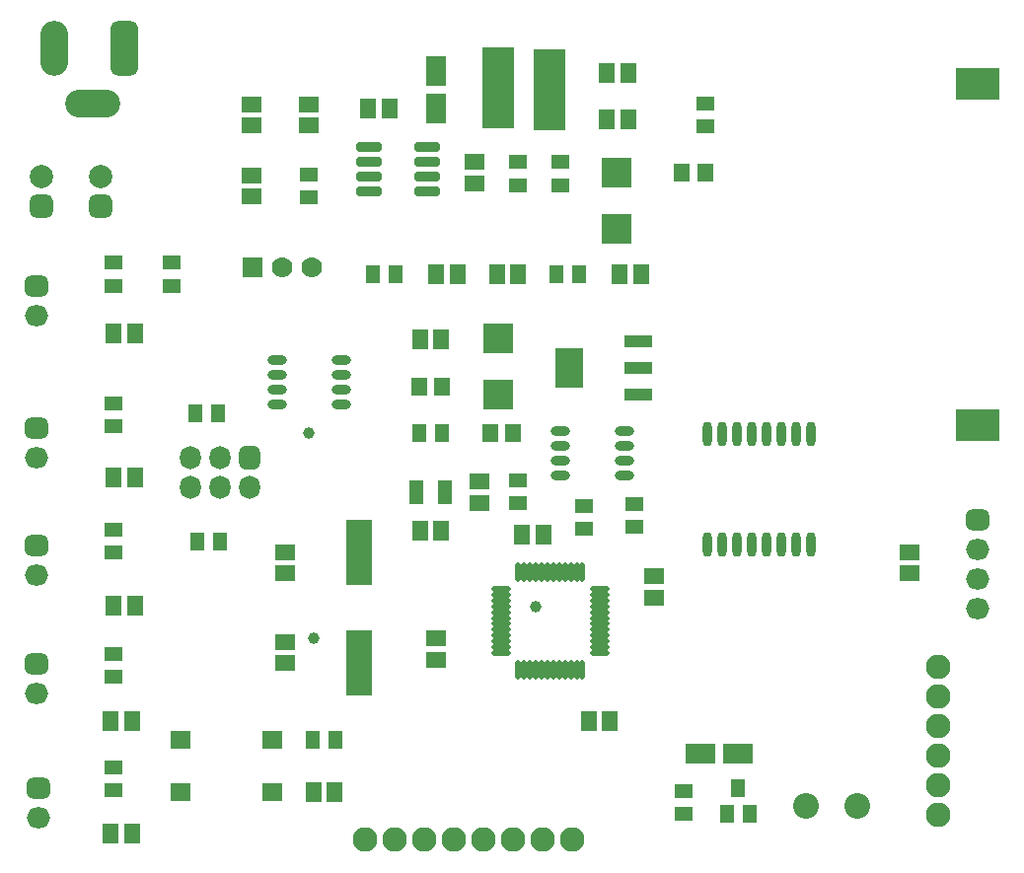
<source format=gts>
G04*
G04 #@! TF.GenerationSoftware,Altium Limited,Altium Designer,22.6.1 (34)*
G04*
G04 Layer_Color=8388736*
%FSTAX25Y25*%
%MOIN*%
G70*
G04*
G04 #@! TF.SameCoordinates,070C6B67-E07D-408F-9274-D07C1108151A*
G04*
G04*
G04 #@! TF.FilePolarity,Negative*
G04*
G01*
G75*
%ADD40R,0.04737X0.06312*%
%ADD41R,0.10052X0.06902*%
%ADD42R,0.06115X0.04934*%
%ADD43R,0.04737X0.07887*%
%ADD44R,0.05524X0.06706*%
%ADD45R,0.06706X0.05524*%
%ADD46O,0.06509X0.01981*%
%ADD47O,0.01981X0.06509*%
%ADD48R,0.05524X0.05918*%
%ADD49R,0.04934X0.06115*%
%ADD50R,0.11036X0.27178*%
%ADD51R,0.09855X0.10052*%
%ADD52R,0.06902X0.10052*%
G04:AMPARAMS|DCode=53|XSize=85.56mil|YSize=31.62mil|CornerRadius=6.95mil|HoleSize=0mil|Usage=FLASHONLY|Rotation=0.000|XOffset=0mil|YOffset=0mil|HoleType=Round|Shape=RoundedRectangle|*
%AMROUNDEDRECTD53*
21,1,0.08556,0.01772,0,0,0.0*
21,1,0.07165,0.03162,0,0,0.0*
1,1,0.01391,0.03583,-0.00886*
1,1,0.01391,-0.03583,-0.00886*
1,1,0.01391,-0.03583,0.00886*
1,1,0.01391,0.03583,0.00886*
%
%ADD53ROUNDEDRECTD53*%
%ADD54R,0.09265X0.13595*%
%ADD55R,0.09265X0.04343*%
%ADD56O,0.03162X0.08280*%
%ADD57R,0.14973X0.11036*%
%ADD58O,0.06509X0.03162*%
%ADD59R,0.08674X0.22453*%
%ADD60R,0.06902X0.05918*%
%ADD61C,0.08677*%
G04:AMPARAMS|DCode=62|XSize=78.87mil|YSize=70.99mil|CornerRadius=19.75mil|HoleSize=0mil|Usage=FLASHONLY|Rotation=0.000|XOffset=0mil|YOffset=0mil|HoleType=Round|Shape=RoundedRectangle|*
%AMROUNDEDRECTD62*
21,1,0.07887,0.03150,0,0,0.0*
21,1,0.03937,0.07099,0,0,0.0*
1,1,0.03950,0.01968,-0.01575*
1,1,0.03950,-0.01968,-0.01575*
1,1,0.03950,-0.01968,0.01575*
1,1,0.03950,0.01968,0.01575*
%
%ADD62ROUNDEDRECTD62*%
%ADD63O,0.07887X0.07099*%
G04:AMPARAMS|DCode=64|XSize=78.87mil|YSize=78.87mil|CornerRadius=21.72mil|HoleSize=0mil|Usage=FLASHONLY|Rotation=180.000|XOffset=0mil|YOffset=0mil|HoleType=Round|Shape=RoundedRectangle|*
%AMROUNDEDRECTD64*
21,1,0.07887,0.03543,0,0,180.0*
21,1,0.03543,0.07887,0,0,180.0*
1,1,0.04343,-0.01772,0.01772*
1,1,0.04343,0.01772,0.01772*
1,1,0.04343,0.01772,-0.01772*
1,1,0.04343,-0.01772,-0.01772*
%
%ADD64ROUNDEDRECTD64*%
%ADD65C,0.07887*%
G04:AMPARAMS|DCode=66|XSize=94.61mil|YSize=185.17mil|CornerRadius=25.65mil|HoleSize=0mil|Usage=FLASHONLY|Rotation=0.000|XOffset=0mil|YOffset=0mil|HoleType=Round|Shape=RoundedRectangle|*
%AMROUNDEDRECTD66*
21,1,0.09461,0.13386,0,0,0.0*
21,1,0.04331,0.18517,0,0,0.0*
1,1,0.05131,0.02165,-0.06693*
1,1,0.05131,-0.02165,-0.06693*
1,1,0.05131,-0.02165,0.06693*
1,1,0.05131,0.02165,0.06693*
%
%ADD66ROUNDEDRECTD66*%
%ADD67O,0.18517X0.09461*%
%ADD68O,0.09461X0.18517*%
%ADD69C,0.08284*%
%ADD70O,0.07099X0.07887*%
G04:AMPARAMS|DCode=71|XSize=70.99mil|YSize=78.87mil|CornerRadius=19.75mil|HoleSize=0mil|Usage=FLASHONLY|Rotation=180.000|XOffset=0mil|YOffset=0mil|HoleType=Round|Shape=RoundedRectangle|*
%AMROUNDEDRECTD71*
21,1,0.07099,0.03937,0,0,180.0*
21,1,0.03150,0.07887,0,0,180.0*
1,1,0.03950,-0.01575,0.01968*
1,1,0.03950,0.01575,0.01968*
1,1,0.03950,0.01575,-0.01968*
1,1,0.03950,-0.01575,-0.01968*
%
%ADD71ROUNDEDRECTD71*%
%ADD72C,0.07000*%
%ADD73R,0.07000X0.07000*%
G04:AMPARAMS|DCode=74|XSize=70.99mil|YSize=78.87mil|CornerRadius=19.75mil|HoleSize=0mil|Usage=FLASHONLY|Rotation=270.000|XOffset=0mil|YOffset=0mil|HoleType=Round|Shape=RoundedRectangle|*
%AMROUNDEDRECTD74*
21,1,0.07099,0.03937,0,0,270.0*
21,1,0.03150,0.07887,0,0,270.0*
1,1,0.03950,-0.01968,-0.01575*
1,1,0.03950,-0.01968,0.01575*
1,1,0.03950,0.01968,0.01575*
1,1,0.03950,0.01968,-0.01575*
%
%ADD74ROUNDEDRECTD74*%
%ADD75O,0.07887X0.07099*%
%ADD76C,0.03950*%
D40*
X044676Y0212169D02*
D03*
X045424D02*
D03*
X04505Y0220831D02*
D03*
D41*
X0450299Y02325D02*
D03*
X0437701D02*
D03*
D42*
X0432Y0212161D02*
D03*
Y0219839D02*
D03*
X04155Y0309161D02*
D03*
Y0316839D02*
D03*
X03985Y0308661D02*
D03*
Y0316339D02*
D03*
X0376Y0317161D02*
D03*
Y0324839D02*
D03*
X03905Y0424823D02*
D03*
Y04325D02*
D03*
X0439177Y0452339D02*
D03*
Y0444661D02*
D03*
X0376Y0424823D02*
D03*
Y04325D02*
D03*
X03055Y0420705D02*
D03*
Y0428382D02*
D03*
X02395Y0350839D02*
D03*
Y0343161D02*
D03*
Y0308339D02*
D03*
Y0300661D02*
D03*
Y03985D02*
D03*
Y0390823D02*
D03*
Y0266339D02*
D03*
Y0258661D02*
D03*
Y0227839D02*
D03*
Y0220161D02*
D03*
X0259Y03985D02*
D03*
Y0390823D02*
D03*
D43*
X0341579Y0321D02*
D03*
X0351421D02*
D03*
D44*
X0350043Y0308D02*
D03*
X0342957D02*
D03*
X0246587Y03745D02*
D03*
X02395D02*
D03*
X0417587Y03945D02*
D03*
X04105D02*
D03*
X0384543Y03065D02*
D03*
X0377457D02*
D03*
X0314043Y0219642D02*
D03*
X0306957D02*
D03*
X041324Y04625D02*
D03*
X0406153D02*
D03*
X041324Y0447D02*
D03*
X0406153D02*
D03*
X0368957Y03945D02*
D03*
X0376043D02*
D03*
X0355543Y03945D02*
D03*
X0348457D02*
D03*
X0332587Y0450701D02*
D03*
X03255D02*
D03*
X0342957Y03725D02*
D03*
X0350043D02*
D03*
X0246587Y0326D02*
D03*
X02395D02*
D03*
X0246587Y02825D02*
D03*
X02395D02*
D03*
X0245587Y02435D02*
D03*
X02385D02*
D03*
X0245587Y02055D02*
D03*
X02385D02*
D03*
X0407087Y02435D02*
D03*
X04D02*
D03*
D45*
X03485Y0271543D02*
D03*
Y0264457D02*
D03*
X0363Y0317457D02*
D03*
Y0324543D02*
D03*
X03615Y0425413D02*
D03*
Y04325D02*
D03*
X03055Y0452087D02*
D03*
Y0445D02*
D03*
X0286Y0421D02*
D03*
Y0428087D02*
D03*
Y0452087D02*
D03*
Y0445D02*
D03*
X05085Y0300743D02*
D03*
Y0293657D02*
D03*
X0422Y0292543D02*
D03*
Y0285457D02*
D03*
X02975Y0293614D02*
D03*
Y0300701D02*
D03*
X02975Y0270386D02*
D03*
Y0263299D02*
D03*
D46*
X0370366Y0288327D02*
D03*
Y0286358D02*
D03*
Y028439D02*
D03*
Y0282421D02*
D03*
Y0280453D02*
D03*
Y0278484D02*
D03*
Y0276516D02*
D03*
Y0274547D02*
D03*
Y0272579D02*
D03*
Y027061D02*
D03*
Y0268642D02*
D03*
Y0266673D02*
D03*
X0403634D02*
D03*
Y0268642D02*
D03*
Y027061D02*
D03*
Y0272579D02*
D03*
Y0274547D02*
D03*
Y0276516D02*
D03*
Y0278484D02*
D03*
Y0280453D02*
D03*
Y0282421D02*
D03*
Y028439D02*
D03*
Y0286358D02*
D03*
Y0288327D02*
D03*
D47*
X0376173Y0260866D02*
D03*
X0378142D02*
D03*
X038011D02*
D03*
X0382079D02*
D03*
X0384047D02*
D03*
X0386016D02*
D03*
X0387984D02*
D03*
X0389953D02*
D03*
X0391921D02*
D03*
X039389D02*
D03*
X0395858D02*
D03*
X0397827D02*
D03*
Y0294134D02*
D03*
X0395858D02*
D03*
X039389D02*
D03*
X0391921D02*
D03*
X0389953D02*
D03*
X0387984D02*
D03*
X0386016D02*
D03*
X0384047D02*
D03*
X0382079D02*
D03*
X038011D02*
D03*
X0378142D02*
D03*
X0376173D02*
D03*
D48*
X0366661Y0341D02*
D03*
X0374339D02*
D03*
X0350339Y03565D02*
D03*
X0342661D02*
D03*
X04315Y0429047D02*
D03*
X0439177D02*
D03*
D49*
X0350339Y0341D02*
D03*
X0342661D02*
D03*
X0396839Y03945D02*
D03*
X0389161D02*
D03*
X0327161D02*
D03*
X0334839D02*
D03*
X0275339Y0304193D02*
D03*
X0267661D02*
D03*
X0267161Y0347693D02*
D03*
X0274839D02*
D03*
X0306661Y0237358D02*
D03*
X0314339D02*
D03*
D50*
X0386661Y0457106D02*
D03*
X0369339Y04575D02*
D03*
D51*
X04095Y0409953D02*
D03*
Y0429047D02*
D03*
X03695Y0373047D02*
D03*
Y0353953D02*
D03*
D52*
X03485Y0450701D02*
D03*
Y0463299D02*
D03*
D53*
X0345224Y04375D02*
D03*
Y04325D02*
D03*
Y04275D02*
D03*
Y04225D02*
D03*
X0325776D02*
D03*
Y04275D02*
D03*
Y04325D02*
D03*
Y04375D02*
D03*
D54*
X0393465Y0363D02*
D03*
D55*
X0416535Y0372016D02*
D03*
Y0363D02*
D03*
Y0353984D02*
D03*
D56*
X044Y0303299D02*
D03*
X0445D02*
D03*
X045D02*
D03*
X0455D02*
D03*
X046D02*
D03*
X0465D02*
D03*
X047D02*
D03*
X0475D02*
D03*
X044Y0340701D02*
D03*
X0445D02*
D03*
X045D02*
D03*
X0455D02*
D03*
X046D02*
D03*
X0465D02*
D03*
X047D02*
D03*
X0475D02*
D03*
D57*
X05315Y0459D02*
D03*
Y0343646D02*
D03*
D58*
X03905Y03415D02*
D03*
Y03365D02*
D03*
Y03315D02*
D03*
Y03265D02*
D03*
X0411957Y03415D02*
D03*
Y03365D02*
D03*
Y03315D02*
D03*
Y03265D02*
D03*
X0294772Y03655D02*
D03*
Y03605D02*
D03*
Y03555D02*
D03*
Y03505D02*
D03*
X0316228Y03655D02*
D03*
Y03605D02*
D03*
Y03555D02*
D03*
Y03505D02*
D03*
D59*
X03225Y0300701D02*
D03*
Y0263299D02*
D03*
D60*
X026185Y0237358D02*
D03*
Y0219642D02*
D03*
X029315Y0237358D02*
D03*
Y0219642D02*
D03*
D61*
X0473445Y0215D02*
D03*
X0490768D02*
D03*
D62*
X0214Y0221D02*
D03*
X02135Y0303D02*
D03*
Y03905D02*
D03*
Y03425D02*
D03*
Y0263D02*
D03*
D63*
X0214Y0211D02*
D03*
X02135Y0293D02*
D03*
Y03805D02*
D03*
Y03325D02*
D03*
Y0253D02*
D03*
D64*
X0235Y04175D02*
D03*
X0215D02*
D03*
D65*
X0235Y04275D02*
D03*
X0215D02*
D03*
D66*
X0243122Y0471D02*
D03*
D67*
X0232295Y0452299D02*
D03*
D68*
X02195Y0471D02*
D03*
D69*
X03945Y02035D02*
D03*
X03845D02*
D03*
X03745D02*
D03*
X03645D02*
D03*
X03545D02*
D03*
X03445D02*
D03*
X03345D02*
D03*
X03245D02*
D03*
X0518Y0262D02*
D03*
Y0252D02*
D03*
Y0242D02*
D03*
Y0232D02*
D03*
Y0222D02*
D03*
Y0212D02*
D03*
D70*
X02755Y0332693D02*
D03*
X02855Y0322693D02*
D03*
X02755D02*
D03*
X02655Y0332693D02*
D03*
Y0322693D02*
D03*
D71*
X02855Y0332693D02*
D03*
D72*
X03065Y0397D02*
D03*
X02965D02*
D03*
D73*
X02865D02*
D03*
D74*
X05315Y03115D02*
D03*
D75*
Y03015D02*
D03*
Y02915D02*
D03*
Y02815D02*
D03*
D76*
X03055Y0341D02*
D03*
X0382167Y0282167D02*
D03*
X0307Y02715D02*
D03*
M02*

</source>
